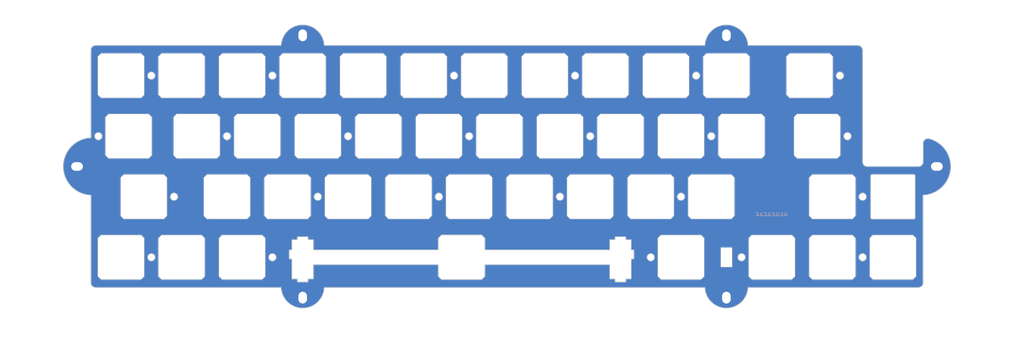
<source format=kicad_pcb>
(kicad_pcb (version 20221018) (generator pcbnew)
  (layers (0 "F.Cu" signal) (31 "B.Cu" signal) (34 "B.Paste" user) (35 "F.Paste" user) (36 "B.SilkS" user "B.Silkscreen") (37 "F.SilkS" user "F.Silkscreen") (38 "B.Mask" user) (39 "F.Mask" user) (44 "Edge.Cuts" user))
  (net 0 "")
  (net 1 "GND")
  (footprint "cipulot_parts:ecs_plate_cut_1U" (layer "F.Cu") (at 243.68125 51.59375)
    (fp_text reference "REF**")
    (fp_text value "Value " hide)
    (fp_line (start -7.3 -6) (end -7.3 6) (stroke (width 0.12)) (layer "Edge.Cuts"))
    (fp_line (start -7.3 6) (end -6.3 7) (stroke (width 0.12)) (layer "Edge.Cuts"))
    (fp_line (start -6.3 -7) (end -7.3 -6) (stroke (width 0.12)) (layer "Edge.Cuts"))
    (fp_line (start -6.3 7) (end 6.3 7) (stroke (width 0.12)) (layer "Edge.Cuts"))
    (fp_line (start 6.3 -7) (end -6.3 -7) (stroke (width 0.12)) (layer "Edge.Cuts"))
    (fp_line (start 6.3 -7) (end 7.3 -6) (stroke (width 0.12)) (layer "Edge.Cuts"))
    (fp_line (start 6.3 7) (end 7.3 6) (stroke (width 0.12)) (layer "Edge.Cuts"))
    (fp_line (start 7.3 6) (end 7.3 -6) (stroke (width 0.12)) (layer "Edge.Cuts"))
  )
  (footprint "" (layer "F.Cu") (at 217.4875 121.44375)
    (fp_text reference "" (at 0 0) (layer "F.SilkS") (effects (font (size 1.27 1.27))))
    (fp_text value "" (at 0 0) (layer "F.SilkS") (effects (font (size 1.27 1.27))))
    (pad "1" thru_hole circle (at 0 0) (size 5.4 5.4) (drill oval 2.7 3.7) (layers "*.Cu" "*.Mask"))
  )
  (footprint "cipulot_parts:ecs_plate_cut_1U" (layer "F.Cu") (at 88.9 70.64375)
    (fp_text reference "REF**")
    (fp_text value "Value " hide)
    (fp_line (start -7.3 -6) (end -7.3 6) (stroke (width 0.12)) (layer "Edge.Cuts"))
    (fp_line (start -7.3 6) (end -6.3 7) (stroke (width 0.12)) (layer "Edge.Cuts"))
    (fp_line (start -6.3 -7) (end -7.3 -6) (stroke (width 0.12)) (layer "Edge.Cuts"))
    (fp_line (start -6.3 7) (end 6.3 7) (stroke (width 0.12)) (layer "Edge.Cuts"))
    (fp_line (start 6.3 -7) (end -6.3 -7) (stroke (width 0.12)) (layer "Edge.Cuts"))
    (fp_line (start 6.3 -7) (end 7.3 -6) (stroke (width 0.12)) (layer "Edge.Cuts"))
    (fp_line (start 6.3 7) (end 7.3 6) (stroke (width 0.12)) (layer "Edge.Cuts"))
    (fp_line (start 7.3 6) (end 7.3 -6) (stroke (width 0.12)) (layer "Edge.Cuts"))
  )
  (footprint "cipulot_parts:ecs_plate_cut_1U" (layer "F.Cu") (at 165.1 70.64375)
    (fp_text reference "REF**")
    (fp_text value "Value " hide)
    (fp_line (start -7.3 -6) (end -7.3 6) (stroke (width 0.12)) (layer "Edge.Cuts"))
    (fp_line (start -7.3 6) (end -6.3 7) (stroke (width 0.12)) (layer "Edge.Cuts"))
    (fp_line (start -6.3 -7) (end -7.3 -6) (stroke (width 0.12)) (layer "Edge.Cuts"))
    (fp_line (start -6.3 7) (end 6.3 7) (stroke (width 0.12)) (layer "Edge.Cuts"))
    (fp_line (start 6.3 -7) (end -6.3 -7) (stroke (width 0.12)) (layer "Edge.Cuts"))
    (fp_line (start 6.3 -7) (end 7.3 -6) (stroke (width 0.12)) (layer "Edge.Cuts"))
    (fp_line (start 6.3 7) (end 7.3 6) (stroke (width 0.12)) (layer "Edge.Cuts"))
    (fp_line (start 7.3 6) (end 7.3 -6) (stroke (width 0.12)) (layer "Edge.Cuts"))
  )
  (footprint "cipulot_parts:ecs_plate_cut_1U" (layer "F.Cu") (at 29.36875 70.64375)
    (fp_text reference "REF**")
    (fp_text value "Value " hide)
    (fp_line (start -7.3 -6) (end -7.3 6) (stroke (width 0.12)) (layer "Edge.Cuts"))
    (fp_line (start -7.3 6) (end -6.3 7) (stroke (width 0.12)) (layer "Edge.Cuts"))
    (fp_line (start -6.3 -7) (end -7.3 -6) (stroke (width 0.12)) (layer "Edge.Cuts"))
    (fp_line (start -6.3 7) (end 6.3 7) (stroke (width 0.12)) (layer "Edge.Cuts"))
    (fp_line (start 6.3 -7) (end -6.3 -7) (stroke (width 0.12)) (layer "Edge.Cuts"))
    (fp_line (start 6.3 -7) (end 7.3 -6) (stroke (width 0.12)) (layer "Edge.Cuts"))
    (fp_line (start 6.3 7) (end 7.3 6) (stroke (width 0.12)) (layer "Edge.Cuts"))
    (fp_line (start 7.3 6) (end 7.3 -6) (stroke (width 0.12)) (layer "Edge.Cuts"))
  )
  (footprint "cipulot_parts:ecs_plate_cut_1U" (layer "F.Cu") (at 46.0375 51.59375)
    (fp_text reference "REF**")
    (fp_text value "Value " hide)
    (fp_line (start -7.3 -6) (end -7.3 6) (stroke (width 0.12)) (layer "Edge.Cuts"))
    (fp_line (start -7.3 6) (end -6.3 7) (stroke (width 0.12)) (layer "Edge.Cuts"))
    (fp_line (start -6.3 -7) (end -7.3 -6) (stroke (width 0.12)) (layer "Edge.Cuts"))
    (fp_line (start -6.3 7) (end 6.3 7) (stroke (width 0.12)) (layer "Edge.Cuts"))
    (fp_line (start 6.3 -7) (end -6.3 -7) (stroke (width 0.12)) (layer "Edge.Cuts"))
    (fp_line (start 6.3 -7) (end 7.3 -6) (stroke (width 0.12)) (layer "Edge.Cuts"))
    (fp_line (start 6.3 7) (end 7.3 6) (stroke (width 0.12)) (layer "Edge.Cuts"))
    (fp_line (start 7.3 6) (end 7.3 -6) (stroke (width 0.12)) (layer "Edge.Cuts"))
  )
  (footprint "" (layer "F.Cu") (at 283.731249 80.168749)
    (fp_text reference "" (at 0 0) (layer "F.SilkS") (effects (font (size 1.27 1.27))))
    (fp_text value "" (at 0 0) (layer "F.SilkS") (effects (font (size 1.27 1.27))))
    (pad "1" thru_hole circle (at 0 0 90) (size 5.4 5.4) (drill oval 2.7 3.7) (layers "*.Cu" "*.Mask"))
  )
  (footprint "cipulot_parts:ecs_plate_cut_1U" (layer "F.Cu") (at 212.725 89.69375)
    (fp_text reference "REF**")
    (fp_text value "Value " hide)
    (fp_line (start -7.3 -6) (end -7.3 6) (stroke (width 0.12)) (layer "Edge.Cuts"))
    (fp_line (start -7.3 6) (end -6.3 7) (stroke (width 0.12)) (layer "Edge.Cuts"))
    (fp_line (start -6.3 -7) (end -7.3 -6) (stroke (width 0.12)) (layer "Edge.Cuts"))
    (fp_line (start -6.3 7) (end 6.3 7) (stroke (width 0.12)) (layer "Edge.Cuts"))
    (fp_line (start 6.3 -7) (end -6.3 -7) (stroke (width 0.12)) (layer "Edge.Cuts"))
    (fp_line (start 6.3 -7) (end 7.3 -6) (stroke (width 0.12)) (layer "Edge.Cuts"))
    (fp_line (start 6.3 7) (end 7.3 6) (stroke (width 0.12)) (layer "Edge.Cuts"))
    (fp_line (start 7.3 6) (end 7.3 -6) (stroke (width 0.12)) (layer "Edge.Cuts"))
  )
  (footprint "cipulot_parts:ecs_plate_cut_1U" (layer "F.Cu") (at 146.05 70.64375)
    (fp_text reference "REF**")
    (fp_text value "Value " hide)
    (fp_line (start -7.3 -6) (end -7.3 6) (stroke (width 0.12)) (layer "Edge.Cuts"))
    (fp_line (start -7.3 6) (end -6.3 7) (stroke (width 0.12)) (layer "Edge.Cuts"))
    (fp_line (start -6.3 -7) (end -7.3 -6) (stroke (width 0.12)) (layer "Edge.Cuts"))
    (fp_line (start -6.3 7) (end 6.3 7) (stroke (width 0.12)) (layer "Edge.Cuts"))
    (fp_line (start 6.3 -7) (end -6.3 -7) (stroke (width 0.12)) (layer "Edge.Cuts"))
    (fp_line (start 6.3 -7) (end 7.3 -6) (stroke (width 0.12)) (layer "Edge.Cuts"))
    (fp_line (start 6.3 7) (end 7.3 6) (stroke (width 0.12)) (layer "Edge.Cuts"))
    (fp_line (start 7.3 6) (end 7.3 -6) (stroke (width 0.12)) (layer "Edge.Cuts"))
  )
  (footprint "cipulot_parts:ecs_plate_cut_1U" (layer "F.Cu") (at 217.4875 51.59375)
    (fp_text reference "REF**")
    (fp_text value "Value " hide)
    (fp_line (start -7.3 -6) (end -7.3 6) (stroke (width 0.12)) (layer "Edge.Cuts"))
    (fp_line (start -7.3 6) (end -6.3 7) (stroke (width 0.12)) (layer "Edge.Cuts"))
    (fp_line (start -6.3 -7) (end -7.3 -6) (stroke (width 0.12)) (layer "Edge.Cuts"))
    (fp_line (start -6.3 7) (end 6.3 7) (stroke (width 0.12)) (layer "Edge.Cuts"))
    (fp_line (start 6.3 -7) (end -6.3 -7) (stroke (width 0.12)) (layer "Edge.Cuts"))
    (fp_line (start 6.3 -7) (end 7.3 -6) (stroke (width 0.12)) (layer "Edge.Cuts"))
    (fp_line (start 6.3 7) (end 7.3 6) (stroke (width 0.12)) (layer "Edge.Cuts"))
    (fp_line (start 7.3 6) (end 7.3 -6) (stroke (width 0.12)) (layer "Edge.Cuts"))
  )
  (footprint "cipulot_parts:ecs_plate_cut_1U" (layer "F.Cu") (at 46.0375 108.74375)
    (fp_text reference "REF**")
    (fp_text value "Value " hide)
    (fp_line (start -7.3 -6) (end -7.3 6) (stroke (width 0.12)) (layer "Edge.Cuts"))
    (fp_line (start -7.3 6) (end -6.3 7) (stroke (width 0.12)) (layer "Edge.Cuts"))
    (fp_line (start -6.3 -7) (end -7.3 -6) (stroke (width 0.12)) (layer "Edge.Cuts"))
    (fp_line (start -6.3 7) (end 6.3 7) (stroke (width 0.12)) (layer "Edge.Cuts"))
    (fp_line (start 6.3 -7) (end -6.3 -7) (stroke (width 0.12)) (layer "Edge.Cuts"))
    (fp_line (start 6.3 -7) (end 7.3 -6) (stroke (width 0.12)) (layer "Edge.Cuts"))
    (fp_line (start 6.3 7) (end 7.3 6) (stroke (width 0.12)) (layer "Edge.Cuts"))
    (fp_line (start 7.3 6) (end 7.3 -6) (stroke (width 0.12)) (layer "Edge.Cuts"))
  )
  (footprint "cipulot_parts:ecs_plate_cut_1U" (layer "F.Cu") (at 127 70.64375)
    (fp_text reference "REF**")
    (fp_text value "Value " hide)
    (fp_line (start -7.3 -6) (end -7.3 6) (stroke (width 0.12)) (layer "Edge.Cuts"))
    (fp_line (start -7.3 6) (end -6.3 7) (stroke (width 0.12)) (layer "Edge.Cuts"))
    (fp_line (start -6.3 -7) (end -7.3 -6) (stroke (width 0.12)) (layer "Edge.Cuts"))
    (fp_line (start -6.3 7) (end 6.3 7) (stroke (width 0.12)) (layer "Edge.Cuts"))
    (fp_line (start 6.3 -7) (end -6.3 -7) (stroke (width 0.12)) (layer "Edge.Cuts"))
    (fp_line (start 6.3 -7) (end 7.3 -6) (stroke (width 0.12)) (layer "Edge.Cuts"))
    (fp_line (start 6.3 7) (end 7.3 6) (stroke (width 0.12)) (layer "Edge.Cuts"))
    (fp_line (start 7.3 6) (end 7.3 -6) (stroke (width 0.12)) (layer "Edge.Cuts"))
  )
  (footprint "cipulot_parts:ecs_plate_cut_1U" (layer "F.Cu") (at 174.625 89.69375)
    (fp_text reference "REF**")
    (fp_text value "Value " hide)
    (fp_line (start -7.3 -6) (end -7.3 6) (stroke (width 0.12)) (layer "Edge.Cuts"))
    (fp_line (start -7.3 6) (end -6.3 7) (stroke (width 0.12)) (layer "Edge.Cuts"))
    (fp_line (start -6.3 -7) (end -7.3 -6) (stroke (width 0.12)) (layer "Edge.Cuts"))
    (fp_line (start -6.3 7) (end 6.3 7) (stroke (width 0.12)) (layer "Edge.Cuts"))
    (fp_line (start 6.3 -7) (end -6.3 -7) (stroke (width 0.12)) (layer "Edge.Cuts"))
    (fp_line (start 6.3 -7) (end 7.3 -6) (stroke (width 0.12)) (layer "Edge.Cuts"))
    (fp_line (start 6.3 7) (end 7.3 6) (stroke (width 0.12)) (layer "Edge.Cuts"))
    (fp_line (start 7.3 6) (end 7.3 -6) (stroke (width 0.12)) (layer "Edge.Cuts"))
  )
  (footprint "cipulot_parts:ecs_plate_cut_1U" (layer "F.Cu") (at 203.2 108.74375)
    (fp_text reference "REF**")
    (fp_text value "Value " hide)
    (fp_line (start -7.3 -6) (end -7.3 6) (stroke (width 0.12)) (layer "Edge.Cuts"))
    (fp_line (start -7.3 6) (end -6.3 7) (stroke (width 0.12)) (layer "Edge.Cuts"))
    (fp_line (start -6.3 -7) (end -7.3 -6) (stroke (width 0.12)) (layer "Edge.Cuts"))
    (fp_line (start -6.3 7) (end 6.3 7) (stroke (width 0.12)) (layer "Edge.Cuts"))
    (fp_line (start 6.3 -7) (end -6.3 -7) (stroke (width 0.12)) (layer "Edge.Cuts"))
    (fp_line (start 6.3 -7) (end 7.3 -6) (stroke (width 0.12)) (layer "Edge.Cuts"))
    (fp_line (start 6.3 7) (end 7.3 6) (stroke (width 0.12)) (layer "Edge.Cuts"))
    (fp_line (start 7.3 6) (end 7.3 -6) (stroke (width 0.12)) (layer "Edge.Cuts"))
  )
  (footprint "cipulot_parts:ecs_plate_cut_1U" (layer "F.Cu") (at 26.9875 108.74375)
    (fp_text reference "REF**")
    (fp_text value "Value " hide)
    (fp_line (start -7.3 -6) (end -7.3 6) (stroke (width 0.12)) (layer "Edge.Cuts"))
    (fp_line (start -7.3 6) (end -6.3 7) (stroke (width 0.12)) (layer "Edge.Cuts"))
    (fp_line (start -6.3 -7) (end -7.3 -6) (stroke (width 0.12)) (layer "Edge.Cuts"))
    (fp_line (start -6.3 7) (end 6.3 7) (stroke (width 0.12)) (layer "Edge.Cuts"))
    (fp_line (start 6.3 -7) (end -6.3 -7) (stroke (width 0.12)) (layer "Edge.Cuts"))
    (fp_line (start 6.3 -7) (end 7.3 -6) (stroke (width 0.12)) (layer "Edge.Cuts"))
    (fp_line (start 6.3 7) (end 7.3 6) (stroke (width 0.12)) (layer "Edge.Cuts"))
    (fp_line (start 7.3 6) (end 7.3 -6) (stroke (width 0.12)) (layer "Edge.Cuts"))
  )
  (footprint "" (layer "F.Cu") (at 13.13125 80.16875)
    (fp_text reference "" (at 0 0) (layer "F.SilkS") (effects (font (size 1.27 1.27))))
    (fp_text value "" (at 0 0) (layer "F.SilkS") (effects (font (size 1.27 1.27))))
    (pad "1" thru_hole circle (at 0 0 90) (size 5.4 5.4) (drill oval 2.7 3.7) (layers "*.Cu" "*.Mask"))
  )
  (footprint "cipulot_parts:ecs_plate_cut_1U" (layer "F.Cu") (at 250.825 108.74375)
    (fp_text reference "REF**")
    (fp_text value "Value " hide)
    (fp_line (start -7.3 -6) (end -7.3 6) (stroke (width 0.12)) (layer "Edge.Cuts"))
    (fp_line (start -7.3 6) (end -6.3 7) (stroke (width 0.12)) (layer "Edge.Cuts"))
    (fp_line (start -6.3 -7) (end -7.3 -6) (stroke (width 0.12)) (layer "Edge.Cuts"))
    (fp_line (start -6.3 7) (end 6.3 7) (stroke (width 0.12)) (layer "Edge.Cuts"))
    (fp_line (start 6.3 -7) (end -6.3 -7) (stroke (width 0.12)) (layer "Edge.Cuts"))
    (fp_line (start 6.3 -7) (end 7.3 -6) (stroke (width 0.12)) (layer "Edge.Cuts"))
    (fp_line (start 6.3 7) (end 7.3 6) (stroke (width 0.12)) (layer "Edge.Cuts"))
    (fp_line (start 7.3 6) (end 7.3 -6) (stroke (width 0.12)) (layer "Edge.Cuts"))
  )
  (footprint "cipulot_parts:ecs_plate_cut_1U" (layer "F.Cu") (at 193.675 89.69375)
    (fp_text reference "REF**")
    (fp_text value "Value " hide)
    (fp_line (start -7.3 -6) (end -7.3 6) (stroke (width 0.12)) (layer "Edge.Cuts"))
    (fp_line (start -7.3 6) (end -6.3 7) (stroke (width 0.12)) (layer "Edge.Cuts"))
    (fp_line (start -6.3 -7) (end -7.3 -6) (stroke (width 0.12)) (layer "Edge.Cuts"))
    (fp_line (start -6.3 7) (end 6.3 7) (stroke (width 0.12)) (layer "Edge.Cuts"))
    (fp_line (start 6.3 -7) (end -6.3 -7) (stroke (width 0.12)) (layer "Edge.Cuts"))
    (fp_line (start 6.3 -7) (end 7.3 -6) (stroke (width 0.12)) (layer "Edge.Cuts"))
    (fp_line (start 6.3 7) (end 7.3 6) (stroke (width 0.12)) (layer "Edge.Cuts"))
    (fp_line (start 7.3 6) (end 7.3 -6) (stroke (width 0.12)) (layer "Edge.Cuts"))
  )
  (footprint "cipulot_parts:ecs_plate_cut_1U" (layer "F.Cu") (at 65.0875 51.59375)
    (fp_text reference "REF**")
    (fp_text value "Value " hide)
    (fp_line (start -7.3 -6) (end -7.3 6) (stroke (width 0.12)) (layer "Edge.Cuts"))
    (fp_line (start -7.3 6) (end -6.3 7) (stroke (width 0.12)) (layer "Edge.Cuts"))
    (fp_line (start -6.3 -7) (end -7.3 -6) (stroke (width 0.12)) (layer "Edge.Cuts"))
    (fp_line (start -6.3 7) (end 6.3 7) (stroke (width 0.12)) (layer "Edge.Cuts"))
    (fp_line (start 6.3 -7) (end -6.3 -7) (stroke (width 0.12)) (layer "Edge.Cuts"))
    (fp_line (start 6.3 -7) (end 7.3 -6) (stroke (width 0.12)) (layer "Edge.Cuts"))
    (fp_line (start 6.3 7) (end 7.3 6) (stroke (width 0.12)) (layer "Edge.Cuts"))
    (fp_line (start 7.3 6) (end 7.3 -6) (stroke (width 0.12)) (layer "Edge.Cuts"))
  )
  (footprint "cipulot_parts:ecs_plate_cut_1U" (layer "F.Cu") (at 179.3875 51.59375)
    (fp_text reference "REF**")
    (fp_text value "Value " hide)
    (fp_line (start -7.3 -6) (end -7.3 6) (stroke (width 0.12)) (layer "Edge.Cuts"))
    (fp_line (start -7.3 6) (end -6.3 7) (stroke (width 0.12)) (layer "Edge.Cuts"))
    (fp_line (start -6.3 -7) (end -7.3 -6) (stroke (width 0.12)) (layer "Edge.Cuts"))
    (fp_line (start -6.3 7) (end 6.3 7) (stroke (width 0.12)) (layer "Edge.Cuts"))
    (fp_line (start 6.3 -7) (end -6.3 -7) (stroke (width 0.12)) (layer "Edge.Cuts"))
    (fp_line (start 6.3 -7) (end 7.3 -6) (stroke (width 0.12)) (layer "Edge.Cuts"))
    (fp_line (start 6.3 7) (end 7.3 6) (stroke (width 0.12)) (layer "Edge.Cuts"))
    (fp_line (start 7.3 6) (end 7.3 -6) (stroke (width 0.12)) (layer "Edge.Cuts"))
  )
  (footprint "cipulot_parts:ecs_plate_cut_1U" (layer "F.Cu") (at 222.25 70.64375)
    (fp_text reference "REF**")
    (fp_text value "Value " hide)
    (fp_line (start -7.3 -6) (end -7.3 6) (stroke (width 0.12)) (layer "Edge.Cuts"))
    (fp_line (start -7.3 6) (end -6.3 7) (stroke (width 0.12)) (layer "Edge.Cuts"))
    (fp_line (start -6.3 -7) (end -7.3 -6) (stroke (width 0.12)) (layer "Edge.Cuts"))
    (fp_line (start -6.3 7) (end 6.3 7) (stroke (width 0.12)) (layer "Edge.Cuts"))
    (fp_line (start 6.3 -7) (end -6.3 -7) (stroke (width 0.12)) (layer "Edge.Cuts"))
    (fp_line (start 6.3 -7) (end 7.3 -6) (stroke (width 0.12)) (layer "Edge.Cuts"))
    (fp_line (start 6.3 7) (end 7.3 6) (stroke (width 0.12)) (layer "Edge.Cuts"))
    (fp_line (start 7.3 6) (end 7.3 -6) (stroke (width 0.12)) (layer "Edge.Cuts"))
  )
  (footprint "cipulot_parts:ecs_plate_cut_1U" (layer "F.Cu") (at 34.13125 89.69375)
    (fp_text reference "REF**")
    (fp_text value "Value " hide)
    (fp_line (start -7.3 -6) (end -7.3 6) (stroke (width 0.12)) (layer "Edge.Cuts"))
    (fp_line (start -7.3 6) (end -6.3 7) (stroke (width 0.12)) (layer "Edge.Cuts"))
    (fp_line (start -6.3 -7) (end -7.3 -6) (stroke (width 0.12)) (layer "Edge.Cuts"))
    (fp_line (start -6.3 7) (end 6.3 7) (stroke (width 0.12)) (layer "Edge.Cuts"))
    (fp_line (start 6.3 -7) (end -6.3 -7) (stroke (width 0.12)) (layer "Edge.Cuts"))
    (fp_line (start 6.3 -7) (end 7.3 -6) (stroke (width 0.12)) (layer "Edge.Cuts"))
    (fp_line (start 6.3 7) (end 7.3 6) (stroke (width 0.12)) (layer "Edge.Cuts"))
    (fp_line (start 7.3 6) (end 7.3 -6) (stroke (width 0.12)) (layer "Edge.Cuts"))
  )
  (footprint "cipulot_parts:ecs_plate_cut_1U" (layer "F.Cu") (at 198.4375 51.59375)
    (fp_text reference "REF**")
    (fp_text value "Value " hide)
    (fp_line (start -7.3 -6) (end -7.3 6) (stroke (width 0.12)) (layer "Edge.Cuts"))
    (fp_line (start -7.3 6) (end -6.3 7) (stroke (width 0.12)) (layer "Edge.Cuts"))
    (fp_line (start -6.3 -7) (end -7.3 -6) (stroke (width 0.12)) (layer "Edge.Cuts"))
    (fp_line (start -6.3 7) (end 6.3 7) (stroke (width 0.12)) (layer "Edge.Cuts"))
    (fp_line (start 6.3 -7) (end -6.3 -7) (stroke (width 0.12)) (layer "Edge.Cuts"))
    (fp_line (start 6.3 -7) (end 7.3 -6) (stroke (width 0.12)) (layer "Edge.Cuts"))
    (fp_line (start 6.3 7) (end 7.3 6) (stroke (width 0.12)) (layer "Edge.Cuts"))
    (fp_line (start 7.3 6) (end 7.3 -6) (stroke (width 0.12)) (layer "Edge.Cuts"))
  )
  (footprint "" (layer "F.Cu") (at 84.137499 121.44375)
    (fp_text reference "" (at 0 0) (layer "F.SilkS") (effects (font (size 1.27 1.27))))
    (fp_text value "" (at 0 0) (layer "F.SilkS") (effects (font (size 1.27 1.27))))
    (pad "1" thru_hole circle (at 0 0) (size 5.4 5.4) (drill oval 2.7 3.7) (layers "*.Cu" "*.Mask"))
  )
  (footprint "cipulot_parts:ecs_plate_cut_1U" (layer "F.Cu") (at 26.9875 51.59375)
    (fp_text reference "REF**")
    (fp_text value "Value " hide)
    (fp_line (start -7.3 -6) (end -7.3 6) (stroke (width 0.12)) (layer "Edge.Cuts"))
    (fp_line (start -7.3 6) (end -6.3 7) (stroke (width 0.12)) (layer "Edge.Cuts"))
    (fp_line (start -6.3 -7) (end -7.3 -6) (stroke (width 0.12)) (layer "Edge.Cuts"))
    (fp_line (start -6.3 7) (end 6.3 7) (stroke (width 0.12)) (layer "Edge.Cuts"))
    (fp_line (start 6.3 -7) (end -6.3 -7) (stroke (width 0.12)) (layer "Edge.Cuts"))
    (fp_line (start 6.3 -7) (end 7.3 -6) (stroke (width 0.12)) (layer "Edge.Cuts"))
    (fp_line (start 6.3 7) (end 7.3 6) (stroke (width 0.12)) (layer "Edge.Cuts"))
    (fp_line (start 7.3 6) (end 7.3 -6) (stroke (width 0.12)) (layer "Edge.Cuts"))
  )
  (footprint "cipulot_parts:ecs_plate_cut_1U" (layer "F.Cu") (at 50.8 70.64375)
    (fp_text reference "REF**")
    (fp_text value "Value " hide)
    (fp_line (start -7.3 -6) (end -7.3 6) (stroke (width 0.12)) (layer "Edge.Cuts"))
    (fp_line (start -7.3 6) (end -6.3 7) (stroke (width 0.12)) (layer "Edge.Cuts"))
    (fp_line (start -6.3 -7) (end -7.3 -6) (stroke (width 0.12)) (layer "Edge.Cuts"))
    (fp_line (start -6.3 7) (end 6.3 7) (stroke (width 0.12)) (layer "Edge.Cuts"))
    (fp_line (start 6.3 -7) (end -6.3 -7) (stroke (width 0.12)) (layer "Edge.Cuts"))
    (fp_line (start 6.3 -7) (end 7.3 -6) (stroke (width 0.12)) (layer "Edge.Cuts"))
    (fp_line (start 6.3 7) (end 7.3 6) (stroke (width 0.12)) (layer "Edge.Cuts"))
    (fp_line (start 7.3 6) (end 7.3 -6) (stroke (width 0.12)) (layer "Edge.Cuts"))
  )
  (footprint "cipulot_parts:ecs_plate_cut_1U" (layer "F.Cu") (at 269.875 108.74375)
    (fp_text reference "REF**")
    (fp_text value "Value " hide)
    (fp_line (start -7.3 -6) (end -7.3 6) (stroke (width 0.12)) (layer "Edge.Cuts"))
    (fp_line (start -7.3 6) (end -6.3 7) (stroke (width 0.12)) (layer "Edge.Cuts"))
    (fp_line (start -6.3 -7) (end -7.3 -6) (stroke (width 0.12)) (layer "Edge.Cuts"))
    (fp_line (start -6.3 7) (end 6.3 7) (stroke (width 0.12)) (layer "Edge.Cuts"))
    (fp_line (start 6.3 -7) (end -6.3 -7) (stroke (width 0.12)) (layer "Edge.Cuts"))
    (fp_line (start 6.3 -7) (end 7.3 -6) (stroke (width 0.12)) (layer "Edge.Cuts"))
    (fp_line (start 6.3 7) (end 7.3 6) (stroke (width 0.12)) (layer "Edge.Cuts"))
    (fp_line (start 7.3 6) (end 7.3 -6) (stroke (width 0.12)) (layer "Edge.Cuts"))
  )
  (footprint "" (layer "F.Cu") (at 217.4875 38.893751)
    (fp_text reference "" (at 0 0) (layer "F.SilkS") (effects (font (size 1.27 1.27))))
    (fp_text value "" (at 0 0) (layer "F.SilkS") (effects (font (size 1.27 1.27))))
    (pad "1" thru_hole circle (at 0 0) (size 5.4 5.4) (drill oval 2.7 3.7) (layers "*.Cu" "*.Mask"))
  )
  (footprint "cipulot_parts:ecs_plate_cut_1U" (layer "F.Cu") (at 250.825 89.69375)
    (fp_text reference "REF**")
    (fp_text value "Value " hide)
    (fp_line (start -7.3 -6) (end -7.3 6) (stroke (width 0.12)) (layer "Edge.Cuts"))
    (fp_line (start -7.3 6) (end -6.3 7) (stroke (width 0.12)) (layer "Edge.Cuts"))
    (fp_line (start -6.3 -7) (end -7.3 -6) (stroke (width 0.12)) (layer "Edge.Cuts"))
    (fp_line (start -6.3 7) (end 6.3 7) (stroke (width 0.12)) (layer "Edge.Cuts"))
    (fp_line (start 6.3 -7) (end -6.3 -7) (stroke (width 0.12)) (layer "Edge.Cuts"))
    (fp_line (start 6.3 -7) (end 7.3 -6) (stroke (width 0.12)) (layer "Edge.Cuts"))
    (fp_line (start 6.3 7) (end 7.3 6) (stroke (width 0.12)) (layer "Edge.Cuts"))
    (fp_line (start 7.3 6) (end 7.3 -6) (stroke (width 0.12)) (layer "Edge.Cuts"))
  )
  (footprint "cipulot_parts:ecs_plate_cut_1U" (layer "F.Cu") (at 65.0875 108.74375)
    (fp_text reference "REF**")
    (fp_text value "Value " hide)
    (fp_line (start -7.3 -6) (end -7.3 6) (stroke (width 0.12)) (layer "Edge.Cuts"))
    (fp_line (start -7.3 6) (end -6.3 7) (stroke (width 0.12)) (layer "Edge.Cuts"))
    (fp_line (start -6.3 -7) (end -7.3 -6) (stroke (width 0.12)) (layer "Edge.Cuts"))
    (fp_line (start -6.3 7) (end 6.3 7) (stroke (width 0.12)) (layer "Edge.Cuts"))
    (fp_line (start 6.3 -7) (end -6.3 -7) (stroke (width 0.12)) (layer "Edge.Cuts"))
    (fp_line (start 6.3 -7) (end 7.3 -6) (stroke (width 0.12)) (layer "Edge.Cuts"))
    (fp_line (start 6.3 7) (end 7.3 6) (stroke (width 0.12)) (layer "Edge.Cuts"))
    (fp_line (start 7.3 6) (end 7.3 -6) (stroke (width 0.12)) (layer "Edge.Cuts"))
  )
  (footprint "cipulot_parts:ecs_plate_cut_1U" (layer "F.Cu") (at 69.85 70.64375)
    (fp_text reference "REF**")
    (fp_text value "Value " hide)
    (fp_line (start -7.3 -6) (end -7.3 6) (stroke (width 0.12)) (layer "Edge.Cuts"))
    (fp_line (start -7.3 6) (end -6.3 7) (stroke (width 0.12)) (layer "Edge.Cuts"))
    (fp_line (start -6.3 -7) (end -7.3 -6) (stroke (width 0.12)) (layer "Edge.Cuts"))
    (fp_line (start -6.3 7) (end 6.3 7) (stroke (width 0.12)) (layer "Edge.Cuts"))
    (fp_line (start 6.3 -7) (end -6.3 -7) (stroke (width 0.12)) (layer "Edge.Cuts"))
    (fp_line (start 6.3 -7) (end 7.3 -6) (stroke (width 0.12)) (layer "Edge.Cuts"))
    (fp_line (start 6.3 7) (end 7.3 6) (stroke (width 0.12)) (layer "Edge.Cuts"))
    (fp_line (start 7.3 6) (end 7.3 -6) (stroke (width 0.12)) (layer "Edge.Cuts"))
  )
  (footprint "cipulot_parts:ecs_plate_cut_1U" (layer "F.Cu") (at 160.3375 51.59375)
    (fp_text reference "REF**")
    (fp_text value "Value " hide)
    (fp_line (start -7.3 -6) (end -7.3 6) (stroke (width 0.12)) (layer "Edge.Cuts"))
    (fp_line (start -7.3 6) (end -6.3 7) (stroke (width 0.12)) (layer "Edge.Cuts"))
    (fp_line (start -6.3 -7) (end -7.3 -6) (stroke (width 0.12)) (layer "Edge.Cuts"))
    (fp_line (start -6.3 7) (end 6.3 7) (stroke (width 0.12)) (layer "Edge.Cuts"))
    (fp_line (start 6.3 -7) (end -6.3 -7) (stroke (width 0.12)) (layer "Edge.Cuts"))
    (fp_line (start 6.3 -7) (end 7.3 -6) (stroke (width 0.12)) (layer "Edge.Cuts"))
    (fp_line (start 6.3 7) (end 7.3 6) (stroke (width 0.12)) (layer "Edge.Cuts"))
    (fp_line (start 7.3 6) (end 7.3 -6) (stroke (width 0.12)) (layer "Edge.Cuts"))
  )
  (footprint "" (layer "F.Cu") (at 84.137499 38.89375)
    (fp_text reference "" (at 0 0) (layer "F.SilkS") (effects (font (size 1.27 1.27))))
    (fp_text value "" (at 0 0) (layer "F.SilkS") (effects (font (size 1.27 1.27))))
    (pad "1" thru_hole circle (at 0 0) (size 5.4 5.4) (drill oval 2.7 3.7) (layers "*.Cu" "*.Mask"))
  )
  (footprint "cipulot_parts:ecs_plate_cut_1U" (layer "F.Cu") (at 155.575 89.69375)
    (fp_text reference "REF**")
    (fp_text value "Value " hide)
    (fp_line (start -7.3 -6) (end -7.3 6) (stroke (width 0.12)) (layer "Edge.Cuts"))
    (fp_line (start -7.3 6) (end -6.3 7) (stroke (width 0.12)) (layer "Edge.Cuts"))
    (fp_line (start -6.3 -7) (end -7.3 -6) (stroke (width 0.12)) (layer "Edge.Cuts"))
    (fp_line (start -6.3 7) (end 6.3 7) (stroke (width 0.12)) (layer "Edge.Cuts"))
    (fp_line (start 6.3 -7) (end -6.3 -7) (stroke (width 0.12)) (layer "Edge.Cuts"))
    (fp_line (start 6.3 -7) (end 7.3 -6) (stroke (width 0.12)) (layer "Edge.Cuts"))
    (fp_line (start 6.3 7) (end 7.3 6) (stroke (width 0.12)) (layer "Edge.Cuts"))
    (fp_line (start 7.3 6) (end 7.3 -6) (stroke (width 0.12)) (layer "Edge.Cuts"))
  )
  (footprint "cipulot_parts:ecs_plate_cut_1U" (layer "F.Cu") (at 141.2875 51.59375)
    (fp_text reference "REF**")
    (fp_text value "Value " hide)
    (fp_line (start -7.3 -6) (end -7.3 6) (stroke (width 0.12)) (layer "Edge.Cuts"))
    (fp_line (start -7.3 6) (end -6.3 7) (stroke (width 0.12)) (layer "Edge.Cuts"))
    (fp_line (start -6.3 -7) (end -7.3 -6) (stroke (width 0.12)) (layer "Edge.Cuts"))
    (fp_line (start -6.3 7) (end 6.3 7) (stroke (width 0.12)) (layer "Edge.Cuts"))
    (fp_line (start 6.3 -7) (end -6.3 -7) (stroke (width 0.12)) (layer "Edge.Cuts"))
    (fp_line (start 6.3 -7) (end 7.3 -6) (stroke (width 0.12)) (layer "Edge.Cuts"))
    (fp_line (start 6.3 7) (end 7.3 6) (stroke (width 0.12)) (layer "Edge.Cuts"))
    (fp_line (start 7.3 6) (end 7.3 -6) (stroke (width 0.12)) (layer "Edge.Cuts"))
  )
  (footprint "cipulot_parts:ecs_plate_cut_1U" (layer "F.Cu") (at 246.0625 70.64375)
    (fp_text reference "REF**")
    (fp_text value "Value " hide)
    (fp_line (start -7.3 -6) (end -7.3 6) (stroke (width 0.12)) (layer "Edge.Cuts"))
    (fp_line (start -7.3 6) (end -6.3 7) (stroke (width 0.12)) (layer "Edge.Cuts"))
    (fp_line (start -6.3 -7) (end -7.3 -6) (stroke (width 0.12)) (layer "Edge.Cuts"))
    (fp_line (start -6.3 7) (end 6.3 7) (stroke (width 0.12)) (layer "Edge.Cuts"))
    (fp_line (start 6.3 -7) (end -6.3 -7) (stroke (width 0.12)) (layer "Edge.Cuts"))
    (fp_line (start 6.3 -7) (end 7.3 -6) (stroke (width 0.12)) (layer "Edge.Cuts"))
    (fp_line (start 6.3 7) (end 7.3 6) (stroke (width 0.12)) (layer "Edge.Cuts"))
    (fp_line (start 7.3 6) (end 7.3 -6) (stroke (width 0.12)) (layer "Edge.Cuts"))
  )
  (footprint "cipulot_parts:ecs_plate_cut_1U" (layer "F.Cu") (at 107.95 70.64375)
    (fp_text reference "REF**")
    (fp_text value "Value " hide)
    (fp_line (start -7.3 -6) (end -7.3 6) (stroke (width 0.12)) (layer "Edge.Cuts"))
    (fp_line (start -7.3 6) (end -6.3 7) (stroke (width 0.12)) (layer "Edge.Cuts"))
    (fp_line (start -6.3 -7) (end -7.3 -6) (stroke (width 0.12)) (layer "Edge.Cuts"))
    (fp_line (start -6.3 7) (end 6.3 7) (stroke (width 0.12)) (layer "Edge.Cuts"))
    (fp_line (start 6.3 -7) (end -6.3 -7) (stroke (width 0.12)) (layer "Edge.Cuts"))
    (fp_line (start 6.3 -7) (end 7.3 -6) (stroke (width 0.12)) (layer "Edge.Cuts"))
    (fp_line (start 6.3 7) (end 7.3 6) (stroke (width 0.12)) (layer "Edge.Cuts"))
    (fp_line (start 7.3 6) (end 7.3 -6) (stroke (width 0.12)) (layer "Edge.Cuts"))
  )
  (footprint "cipulot_parts:ecs_plate_cut_1U" (layer "F.Cu") (at 117.475 89.69375)
    (fp_text reference "REF**")
    (fp_text value "Value " hide)
    (fp_line (start -7.3 -6) (end -7.3 6) (stroke (width 0.12)) (layer "Edge.Cuts"))
    (fp_line (start -7.3 6) (end -6.3 7) (stroke (width 0.12)) (layer "Edge.Cuts"))
    (fp_line (start -6.3 -7) (end -7.3 -6) (stroke (width 0.12)) (layer "Edge.Cuts"))
    (fp_line (start -6.3 7) (end 6.3 7) (stroke (width 0.12)) (layer "Edge.Cuts"))
    (fp_line (start 6.3 -7) (end -6.3 -7) (stroke (width 0.12)) (layer "Edge.Cuts"))
    (fp_line (start 6.3 -7) (end 7.3 -6) (stroke (width 0.12)) (layer "Edge.Cuts"))
    (fp_line (start 6.3 7) (end 7.3 6) (stroke (width 0.12)) (layer "Edge.Cuts"))
    (fp_line (start 7.3 6) (end 7.3 -6) (stroke (width 0.12)) (layer "Edge.Cuts"))
  )
  (footprint "cipulot_parts:ecs_plate_cut_1U" (layer "F.Cu") (at 122.2375 51.59375)
    (fp_text reference "REF**")
    (fp_text value "Value " hide)
    (fp_line (start -7.3 -6) (end -7.3 6) (stroke (width 0.12)) (layer "Edge.Cuts"))
    (fp_line (start -7.3 6) (end -6.3 7) (stroke (width 0.12)) (layer "Edge.Cuts"))
    (fp_line (start -6.3 -7) (end -7.3 -6) (stroke (width 0.12)) (layer "Edge.Cuts"))
    (fp_line (start -6.3 7) (end 6.3 7) (stroke (width 0.12)) (layer "Edge.Cuts"))
    (fp_line (start 6.3 -7) (end -6.3 -7) (stroke (width 0.12)) (layer "Edge.Cuts"))
    (fp_line (start 6.3 -7) (end 7.3 -6) (stroke (width 0.12)) (layer "Edge.Cuts"))
    (fp_line (start 6.3 7) (end 7.3 6) (stroke (width 0.12)) (layer "Edge.Cuts"))
    (fp_line (start 7.3 6) (end 7.3 -6) (stroke (width 0.12)) (layer "Edge.Cuts"))
  )
  (footprint "cipulot_parts:ecs_plate_cut_1U" (layer "F.Cu") (at 98.425 89.69375)
    (fp_text reference "REF**")
    (fp_text value "Value " hide)
    (fp_line (start -7.3 -6) (end -7.3 6) (stroke (width 0.12)) (layer "Edge.Cuts"))
    (fp_line (start -7.3 6) (end -6.3 7) (stroke (width 0.12)) (layer "Edge.Cuts"))
    (fp_line (start -6.3 -7) (end -7.3 -6) (stroke (width 0.12)) (layer "Edge.Cuts"))
    (fp_line (start -6.3 7) (end 6.3 7) (stroke (width 0.12)) (layer "Edge.Cuts"))
    (fp_line (start 6.3 -7) (end -6.3 -7) (stroke (width 0.12)) (layer "Edge.Cuts"))
    (fp_line (start 6.3 -7) (end 7.3 -6) (stroke (width 0.12)) (layer "Edge.Cuts"))
    (fp_line (start 6.3 7) (end 7.3 6) (stroke (width 0.12)) (layer "Edge.Cuts"))
    (fp_line (start 7.3 6) (end 7.3 -6) (stroke (width 0.12)) (layer "Edge.Cuts"))
  )
  (footprint "cipulot_parts:ecs_plate_cut_1U" (layer "F.Cu") (at 79.375 89.69375)
    (fp_text reference "REF**")
    (fp_text value "Value " hide)
    (fp_line (start -7.3 -6) (end -7.3 6) (stroke (width 0.12)) (layer "Edge.Cuts"))
    (fp_line (start -7.3 6) (end -6.3 7) (stroke (width 0.12)) (layer "Edge.Cuts"))
    (fp_line (start -6.3 -7) (end -7.3 -6) (stroke (width 0.12)) (layer "Edge.Cuts"))
    (fp_line (start -6.3 7) (end 6.3 7) (stroke (width 0.12)) (layer "Edge.Cuts"))
    (fp_line (start 6.3 -7) (end -6.3 -7) (stroke (width 0.12)) (layer "Edge.Cuts"))
    (fp_line (start 6.3 -7) (end 7.3 -6) (stroke (width 0.12)) (layer "Edge.Cuts"))
    (fp_line (start 6.3 7) (end 7.3 6) (stroke (width 0.12)) (layer "Edge.Cuts"))
    (fp_line (start 7.3 6) (end 7.3 -6) (stroke (width 0.12)) (layer "Edge.Cuts"))
  )
  (footprint "cipulot_parts:ecs_plate_cut_1U" (layer "F.Cu") (at 60.325 89.69375)
    (fp_text reference "REF**")
    (fp_text value "Value " hide)
    (fp_line (start -7.3 -6) (end -7.3 6) (stroke (width 0.12)) (layer "Edge.Cuts"))
    (fp_line (start -7.3 6) (end -6.3 7) (stroke (width 0.12)) (layer "Edge.Cuts"))
    (fp_line (start -6.3 -7) (end -7.3 -6) (stroke (width 0.12)) (layer "Edge.Cuts"))
    (fp_line (start -6.3 7) (end 6.3 7) (stroke (width 0.12)) (layer "Edge.Cuts"))
    (fp_line (start 6.3 -7) (end -6.3 -7) (stroke (width 0.12)) (layer "Edge.Cuts"))
    (fp_line (start 6.3 -7) (end 7.3 -6) (stroke (width 0.12)) (layer "Edge.Cuts"))
    (fp_line (start 6.3 7) (end 7.3 6) (stroke (width 0.12)) (layer "Edge.Cuts"))
    (fp_line (start 7.3 6) (end 7.3 -6) (stroke (width 0.12)) (layer "Edge.Cuts"))
  )
  (footprint "cipulot_parts:ecs_plate_cut_1U" (layer "F.Cu") (at 84.1375 51.59375)
    (fp_text reference "REF**")
    (fp_text value "Value " hide)
    (fp_line (start -7.3 -6) (end -7.3 6) (stroke (width 0.12)) (layer "Edge.Cuts"))
    (fp_line (start -7.3 6) (end -6.3 7) (stroke (width 0.12)) (layer "Edge.Cuts"))
    (fp_line (start -6.3 -7) (end -7.3 -6) (stroke (width 0.12)) (layer "Edge.Cuts"))
    (fp_line (start -6.3 7) (end 6.3 7) (stroke (width 0.12)) (layer "Edge.Cuts"))
    (fp_line (start 6.3 -7) (end -6.3 -7) (stroke (width 0.12)) (layer "Edge.Cuts"))
    (fp_line (start 6.3 -7) (end 7.3 -6) (stroke (width 0.12)) (layer "Edge.Cuts"))
    (fp_line (start 6.3 7) (end 7.3 6) (stroke (width 0.12)) (layer "Edge.Cuts"))
    (fp_line (start 7.3 6) (end 7.3 -6) (stroke (width 0.12)) (layer "Edge.Cuts"))
  )
  (footprint "cipulot_parts:ecs_plate_cut_1U" (layer "F.Cu") (at 203.2 70.64375)
    (fp_text reference "REF**")
    (fp_text value "Value " hide)
    (fp_line (start -7.3 -6) (end -7.3 6) (stroke (width 0.12)) (layer "Edge.Cuts"))
    (fp_line (start -7.3 6) (end -6.3 7) (stroke (width 0.12)) (layer "Edge.Cuts"))
    (fp_line (start -6.3 -7) (end -7.3 -6) (stroke (width 0.12)) (layer "Edge.Cuts"))
    (fp_line (start -6.3 7) (end 6.3 7) (stroke (width 0.12)) (layer "Edge.Cuts"))
    (fp_line (start 6.3 -7) (end -6.3 -7) (stroke (width 0.12)) (layer "Edge.Cuts"))
    (fp_line (start 6.3 -7) (end 7.3 -6) (stroke (width 0.12)) (layer "Edge.Cuts"))
    (fp_line (start 6.3 7) (end 7.3 6) (stroke (width 0.12)) (layer "Edge.Cuts"))
    (fp_line (start 7.3 6) (end 7.3 -6) (stroke (width 0.12)) (layer "Edge.Cuts"))
  )
  (footprint "cipulot_parts:ecs_plate_cut_1U" (layer "F.Cu") (at 231.775 108.74375)
    (fp_text reference "REF**")
    (fp_text value "Value " hide)
    (fp_line (start -7.3 -6) (end -7.3 6) (stroke (width 0.12)) (layer "Edge.Cuts"))
    (fp_line (start -7.3 6) (end -6.3 7) (stroke (width 0.12)) (layer "Edge.Cuts"))
    (fp_line (start -6.3 -7) (end -7.3 -6) (stroke (width 0.12)) (layer "Edge.Cuts"))
    (fp_line (start -6.3 7) (end 6.3 7) (stroke (width 0.12)) (layer "Edge.Cuts"))
    (fp_line (start 6.3 -7) (end -6.3 -7) (stroke (width 0.12)) (layer "Edge.Cuts"))
    (fp_line (start 6.3 -7) (end 7.3 -6) (stroke (width 0.12)) (layer "Edge.Cuts"))
    (fp_line (start 6.3 7) (end 7.3 6) (stroke (width 0.12)) (layer "Edge.Cuts"))
    (fp_line (start 7.3 6) (end 7.3 -6) (stroke (width 0.12)) (layer "Edge.Cuts"))
  )
  (footprint "cipulot_parts:ecs_plate_cut_1U" (layer "F.Cu") (at 103.1875 51.59375)
    (fp_text reference "REF**")
    (fp_text value "Value " hide)
    (fp_line (start -7.3 -6) (end -7.3 6) (stroke (width 0.12)) (layer "Edge.Cuts"))
    (fp_line (start -7.3 6) (end -6.3 7) (stroke (width 0.12)) (layer "Edge.Cuts"))
    (fp_line (start -6.3 -7) (end -7.3 -6) (stroke (width 0.12)) (layer "Edge.Cuts"))
    (fp_line (start -6.3 7) (end 6.3 7) (stroke (width 0.12)) (layer "Edge.Cuts"))
    (fp_line (start 6.3 -7) (end -6.3 -7) (stroke (width 0.12)) (layer "Edge.Cuts"))
    (fp_line (start 6.3 -7) (end 7.3 -6) (stroke (width 0.12)) (layer "Edge.Cuts"))
    (fp_line (start 6.3 7) (end 7.3 6) (stroke (width 0.12)) (layer "Edge.Cuts"))
    (fp_line (start 7.3 6) (end 7.3 -6) (stroke (width 0.12)) (layer "Edge.Cuts"))
  )
  (footprint "cipulot_parts:ecs_plate_cut_1U" (layer "F.Cu") (at 184.15 70.64375)
    (fp_text reference "REF**")
    (fp_text value "Value " hide)
    (fp_line (start -7.3 -6) (end -7.3 6) (stroke (width 0.12)) (layer "Edge.Cuts"))
    (fp_line (start -7.3 6) (end -6.3 7) (stroke (width 0.12)) (layer "Edge.Cuts"))
    (fp_line (start -6.3 -7) (end -7.3 -6) (stroke (width 0.12)) (layer "Edge.Cuts"))
    (fp_line (start -6.3 7) (end 6.3 7) (stroke (width 0.12)) (layer "Edge.Cuts"))
    (fp_line (start 6.3 -7) (end -6.3 -7) (stroke (width 0.12)) (layer "Edge.Cuts"))
    (fp_line (start 6.3 -7) (end 7.3 -6) (stroke (width 0.12)) (layer "Edge.Cuts"))
    (fp_line (start 6.3 7) (end 7.3 6) (stroke (width 0.12)) (layer "Edge.Cuts"))
    (fp_line (start 7.3 6) (end 7.3 -6) (stroke (width 0.12)) (layer "Edge.Cuts"))
  )
  (footprint "cipulot_parts:ecs_plate_cut_1U" (layer "F.Cu") (at 136.525 89.69375)
    (fp_text reference "REF**")
    (fp_text value "Value " hide)
    (fp_line (start -7.3 -6) (end -7.3 6) (stroke (width 0.12)) (layer "Edge.Cuts"))
    (fp_line (start -7.3 6) (end -6.3 7) (stroke (width 0.12)) (layer "Edge.Cuts"))
    (fp_line (start -6.3 -7) (end -7.3 -6) (stroke (width 0.12)) (layer "Edge.Cuts"))
    (fp_line (start -6.3 7) (end 6.3 7) (stroke (width 0.12)) (layer "Edge.Cuts"))
    (fp_line (start 6.3 -7) (end -6.3 -7) (stroke (width 0.12)) (layer "Edge.Cuts"))
    (fp_line (start 6.3 -7) (end 7.3 -6) (stroke (width 0.12)) (layer "Edge.Cuts"))
    (fp_line (start 6.3 7) (end 7.3 6) (stroke (width 0.12)) (layer "Edge.Cuts"))
    (fp_line (start 7.3 6) (end 7.3 -6) (stroke (width 0.12)) (layer "Edge.Cuts"))
  )
  (gr_circle (center 88.9 89.69375) (end 90.05 89.69375) (stroke (width 0.2)) (fill none) (layer "Edge.Cuts"))
  (gr_line (start 182.4931 103.21405) (end 180.7681 103.21405) (stroke (width 0.2)) (layer "Edge.Cuts"))
  (gr_circle (center 74.6125 108.74375) (end 75.7625 108.74375) (stroke (width 0.2)) (fill none) (layer "Edge.Cuts"))
  (gr_line (start 87.5185 111.04412) (end 126.845399 111.04412) (stroke (width 0.2)) (layer "Edge.Cuts"))
  (gr_line (start 180.7681 111.04412) (end 180.7681 115.51308) (stroke (width 0.2)) (layer "Edge.Cuts"))
  (gr_line (start 182.4931 116.49424) (end 185.7931 116.49424) (stroke (width 0.2)) (layer "Edge.Cuts"))
  (gr_line (start 188.3441 106.44425) (end 187.5181 106.44425) (stroke (width 0.2)) (layer "Edge.Cuts"))
  (gr_arc (start 276.375 82.69375) (mid 276.728553 82.840197) (end 276.875 83.19375) (stroke (width 0.2)) (layer "Edge.Cuts"))
  (gr_arc (start 210.693 42.06875) (mid 217.4875 35.58875) (end 224.282 42.06875) (stroke (width 0.2)) (layer "Edge.Cuts"))
  (gr_circle (center 19.84375 70.64375) (end 20.99375 70.64375) (stroke (width 0.2)) (fill none) (layer "Edge.Cuts"))
  (gr_line (start 185.7931 116.49424) (end 185.7931 115.51308) (stroke (width 0.2)) (layer "Edge.Cuts"))
  (gr_circle (center 212.725 70.64375) (end 213.875 70.64375) (stroke (width 0.2)) (fill none) (layer "Edge.Cuts"))
  (gr_line (start 141.445399 111.04412) (end 141.44375 114.74375) (stroke (width 0.2)) (layer "Edge.Cuts"))
  (gr_arc (start 258.85 42.06875) (mid 259.91066 42.50809) (end 260.35 43.56875) (stroke (width 0.2)) (layer "Edge.Cuts"))
  (gr_line (start 210.693 42.06875) (end 90.932 42.06875) (stroke (width 0.2)) (layer "Edge.Cuts"))
  (gr_line (start 80.7689 109.24301) (end 80.7689 115.51308) (stroke (width 0.2)) (layer "Edge.Cuts"))
  (gr_arc (start 261.85 80.16875) (mid 260.78934 79.72941) (end 260.35 78.66875) (stroke (width 0.2)) (layer "Edge.Cuts"))
  (gr_line (start 187.5181 115.51308) (end 187.5181 109.24301) (stroke (width 0.2)) (layer "Edge.Cuts"))
  (gr_line (start 85.7932 116.49424) (end 85.7932 115.51308) (stroke (width 0.2)) (layer "Edge.Cuts"))
  (gr_line (start 126.842101 106.44425) (end 87.5185 106.44425) (stroke (width 0.2)) (layer "Edge.Cuts"))
  (gr_line (start 85.7932 103.21405) (end 85.7932 102.29215) (stroke (width 0.2)) (layer "Edge.Cuts"))
  (gr_line (start 127.84375 101.74375) (end 140.44375 101.74375) (stroke (width 0.2)) (layer "Edge.Cuts"))
  (gr_circle (center 98.425 70.64375) (end 99.575 70.64375) (stroke (width 0.2)) (fill none) (layer "Edge.Cuts"))
  (gr_line (start 279.4 116.76875) (end 279.4 89.19845) (stroke (width 0.2)) (layer "Edge.Cuts"))
  (gr_rect (start 215.689277 105.67166) (end 219.280821 111.815972) (stroke (width 0.1)) (fill none) (layer "Edge.Cuts"))
  (gr_line (start 141.44375 102.74375) (end 141.442101 106.44425) (stroke (width 0.2)) (layer "Edge.Cuts"))
  (gr_line (start 185.7931 102.29215) (end 182.4931 102.29215) (stroke (width 0.2)) (layer "Edge.Cuts"))
  (gr_circle (center 131.7625 51.59375) (end 132.9125 51.59375) (stroke (width 0.2)) (fill none) (layer "Edge.Cuts"))
  (gr_circle (center 127 89.69375) (end 128.15 89.69375) (stroke (width 0.2)) (fill none) (layer "Edge.Cuts"))
  (gr_circle (center 207.9625 51.59375) (end 209.1125 51.59375) (stroke (width 0.2)) (fill none) (layer "Edge.Cuts"))
  (gr_line (start 17.4625 89.19845) (end 17.4625 116.76875) (stroke (width 0.2)) (layer "Edge.Cuts"))
  (gr_arc (start 224.282 118.26875) (mid 217.4875 124.74875) (end 210.693 118.26875) (stroke (width 0.2)) (layer "Edge.Cuts"))
  (gr_line (start 187.5181 109.24301) (end 188.3441 109.24301) (stroke (width 0.2)) (layer "Edge.Cuts"))
  (gr_line (start 260.35 78.66875) (end 260.35 43.56875) (stroke (width 0.2)) (layer "Edge.Cuts"))
  (gr_circle (center 60.325 70.64375) (end 61.475 70.64375) (stroke (width 0.2)) (fill none) (layer "Edge.Cuts"))
  (gr_circle (center 174.625 70.64375) (end 175.775 70.64375) (stroke (width 0.2)) (fill none) (layer "Edge.Cuts"))
  (gr_circle (center 36.5125 51.59375) (end 37.6625 51.59375) (stroke (width 0.2)) (fill none) (layer "Edge.Cuts"))
  (gr_line (start 79.9434 109.24301) (end 80.7689 109.24301) (stroke (width 0.2)) (layer "Edge.Cuts"))
  (gr_circle (center 253.20625 51.59375) (end 254.35625 51.59375) (stroke (width 0.2)) (fill none) (layer "Edge.Cuts"))
  (gr_arc (start 17.4625 43.56875) (mid 17.90184 42.50809) (end 18.9625 42.06875) (stroke (width 0.2)) (layer "Edge.Cuts"))
  (gr_line (start 126.84375 114.74375) (end 127.84375 115.74375) (stroke (width 0.2)) (layer "Edge.Cuts"))
  (gr_arc (start 279.4 116.76875) (mid 278.96066 117.82941) (end 277.9 118.26875) (stroke (width 0.2)) (layer "Edge.Cuts"))
  (gr_line (start 127.84375 115.74375) (end 140.44375 115.74375) (stroke (width 0.2)) (layer "Edge.Cuts"))
  (gr_line (start 80.7689 115.51308) (end 82.4942 115.51308) (stroke (width 0.2)) (layer "Edge.Cuts"))
  (gr_line (start 279.4 72.864821) (end 279.4 78.66875) (stroke (width 0.2)) (layer "Edge.Cuts"))
  (gr_line (start 80.7689 103.21405) (end 80.7689 106.44425) (stroke (width 0.2)) (layer "Edge.Cuts"))
  (gr_line (start 126.845399 111.04412) (end 126.84375 114.74375) (stroke (width 0.2)) (layer "Edge.Cuts"))
  (gr_line (start 126.84375 102.74375) (end 126.842101 106.44425) (stroke (width 0.2)) (layer "Edge.Cuts"))
  (gr_circle (center 74.6125 51.59375) (end 75.7625 51.59375) (stroke (width 0.2)) (fill none) (layer "Edge.Cuts"))
  (gr_line (start 180.7681 115.51308) (end 182.4931 115.51308) (stroke (width 0.2)) (layer "Edge.Cuts"))
  (gr_line (start 90.932 118.26875) (end 210.693 118.26875) (stroke (width 0.2)) (layer "Edge.Cuts"))
  (gr_line (start 82.4942 103.21405) (end 80.7689 103.21405) (stroke (width 0.2)) (layer "Edge.Cuts"))
  (gr_line (start 180.7681 103.21405) (end 180.7681 106.44425) (stroke (width 0.2)) (layer "Edge.Cuts"))
  (gr_arc (start 279.4 72.864821) (mid 279.979411 71.680542) (end 281.270021 71.411175) (stroke (width 0.2)) (layer "Edge.Cuts"))
  (gr_line (start 185.7931 115.51308) (end 187.5181 115.51308) (stroke (width 0.2)) (layer "Edge.Cuts"))
  (gr_line (start 87.5185 103.21405) (end 85.7932 103.21405) (stroke (width 0.2)) (layer "Edge.Cuts"))
  (gr_line (start 277.9 80.16875) (end 261.85 80.16875) (stroke (width 0.2)) (layer "Edge.Cuts"))
  (gr_circle (center 165.1 89.69375) (end 166.25 89.69375) (stroke (width 0.2)) (fill none) (layer "Edge.Cuts"))
  (gr_circle (center 36.5125 108.74375) (end 37.6625 108.74375) (stroke (width 0.2)) (fill none) (layer "Edge.Cuts"))
  (gr_line (start 180.7681 106.44425) (end 141.442101 106.44425) (stroke (width 0.2)) (layer "Edge.Cuts"))
  (gr_line (start 18.9625 118.26875) (end 77.343 118.26875) (stroke (width 0.2)) (layer "Edge.Cuts"))
  (gr_line (start 85.7932 115.51308) (end 87.5185 115.51308) (stroke (width 0.2)) (layer "Edge.Cuts"))
  (gr_line (start 87.5185 115.51308) (end 87.5185 111.04412) (stroke (width 0.2)) (layer "Edge.Cuts"))
  (gr_arc (start 263.375 96.69375) (mid 263.021447 96.547303) (end 262.875 96.19375) (stroke (width 0.2)) (layer "Edge.Cuts"))
  (gr_arc (start 281.270021 71.411175) (mid 288.028119 81.113609) (end 279.4 89.19845) (stroke (width 0.2)) (layer "Edge.Cuts"))
  (gr_line (start 17.4625 43.56875) (end 17.4625 71.13905) (stroke (width 0.2)) (layer "Edge.Cuts"))
  (gr_arc (start 77.343 42.06875) (mid 84.1375 35.58875) (end 90.932 42.06875) (stroke (width 0.2)) (layer "Edge.Cuts"))
  (gr_line (start 182.4931 115.51308) (end 182.4931 116.49424) (stroke (width 0.2)) (layer "Edge.Cuts"))
  (gr_line (start 140.44375 115.74375) (end 141.44375 114.74375) (stroke (width 0.2)) (layer "Edge.Cuts"))
  (gr_line (start 276.875 96.19375) (end 276.875 83.19375) (stroke (width 0.2)) (layer "Edge.Cuts"))
  (gr_line (start 187.5181 103.21405) (end 185.7931 103.21405) (stroke (width 0.2)) (layer "Edge.Cuts"))
  (gr_arc (start 90.932 118.26875) (mid 84.1375 124.74875) (end 77.343 118.26875) (stroke (width 0.2)) (layer "Edge.Cuts"))
  (gr_arc (start 262.875 83.19375) (mid 263.021447 82.840197) (end 263.375 82.69375) (stroke (width 0.2)) (layer "Edge.Cuts"))
  (gr_line (start 276.375 82.69375) (end 263.375 82.69375) (stroke (width 0.2)) (layer "Edge.Cuts"))
  (gr_line (start 262.875 83.19375) (end 262.875 96.19375) (stroke (width 0.2)) (layer "Edge.Cuts"))
  (gr_circle (center 169.8625 51.59375) (end 171.0125 51.59375) (stroke (width 0.2)) (fill none) (layer "Edge.Cuts"))
  (gr_line (start 185.7931 103.21405) (end 185.7931 102.29215) (stroke (width 0.2)) (layer "Edge.Cuts"))
  (gr_circle (center 193.675 108.74375) (end 194.825 108.74375) (stroke (width 0.2)) (fill none) (layer "Edge.Cuts"))
  (gr_circle (center 255.5875 70.64375) (end 256.7375 70.64375) (stroke (width 0.2)) (fill none) (layer "Edge.Cuts"))
  (gr_line (start 77.343 42.06875) (end 18.9625 42.06875) (stroke (width 0.2)) (layer "Edge.Cuts"))
  (gr_line (start 79.9434 106.44425) (end 79.9434 109.24301) (stroke (width 0.2)) (layer "Edge.Cuts"))
  (gr_circle (center 260.35 108.74375) (end 261.5 108.74375) (stroke (width 0.2)) (fill none) (layer "Edge.Cuts"))
  (gr_line (start 80.7689 106.44425) (end 79.9434 106.44425) (stroke (width 0.2)) (layer "Edge.Cuts"))
  (gr_line (start 224.282 118.26875) (end 277.9 118.26875) (stroke (width 0.2)) (layer "Edge.Cuts"))
  (gr_line (start 85.7932 102.29215) (end 82.4942 102.29215) (stroke (width 0.2)) (layer "Edge.Cuts"))
  (gr_line (start 82.4942 102.29215) (end 82.4942 103.21405) (stroke (width 0.2)) (layer "Edge.Cuts"))
  (gr_line (start 82.4942 115.51308) (end 82.4942 116.49424) (stroke (width 0.2)) (layer "Edge.Cuts"))
  (gr_arc (start 276.875 96.19375) (mid 276.728553 96.547303) (end 276.375 96.69375) (stroke (width 0.2)) (layer "Edge.Cuts"))
  (gr_arc (start 17.4625 89.19845) (mid 8.78485 80.16875) (end 17.4625 71.13905) (stroke (width 0.2)) (layer "Edge.Cuts"))
  (gr_arc (start 18.9625 118.26875) (mid 17.90184 117.82941) (end 17.4625 116.76875) (stroke (width 0.2)) (layer "Edge.Cuts"))
  (gr_arc (start 279.4 78.66875) (mid 278.96066 79.72941) (end 277.9 80.16875) (stroke (width 0.2)) (layer "Edge.Cuts"))
  (gr_line (start 187.5181 106.44425) (end 187.5181 103.21405) (stroke (width 0.2)) (layer "Edge.Cuts"))
  (gr_line (start 87.5185 106.44425) (end 87.5185 103.21405) (stroke (width 0.2)) (layer "Edge.Cuts"))
  (gr_line (start 127.84375 101.74375) (end 126.84375 102.74375) (stroke (width 0.2)) (layer "Edge.Cuts"))
  (gr_line (start 140.44375 101.74375) (end 141.44375 102.74375) (stroke (width 0.2)) (layer "Edge.Cuts"))
  (gr_circle (center 43.65625 89.69375) (end 44.80625 89.69375) (stroke (width 0.2)) (fill none) (layer "Edge.Cuts"))
  (gr_line (start 258.85 42.06875) (end 224.282 42.06875) (stroke (width 0.2)) (layer "Edge.Cuts"))
  (gr_circle (center 222.25 108.74375) (end 223.4 108.74375) (stroke (width 0.2)) (fill none) (layer "Edge.Cuts"))
  (gr_line (start 141.445399 111.04412) (end 180.7681 111.04412) (stroke (width 0.2)) (layer "Edge.Cuts"))
  (gr_circle (center 260.35 89.69375) (end 261.5 89.69375) (stroke (width 0.2)) (fill none) (layer "Edge.Cuts"))
  (gr_circle (center 136.525 70.64375) (end 137.675 70.64375) (stroke (width 0.2)) (fill none) (layer "Edge.Cuts"))
  (gr_circle (center 203.2 89.69375) (end 204.35 89.69375) (stroke (width 0.2)) (fill none) (layer "Edge.Cuts"))
  (gr_line (start 188.3441 109.24301) (end 188.3441 106.44425) (stroke (width 0.2)) (layer "Edge.Cuts"))
  (gr_line (start 263.375 96.69375) (end 276.375 96.69375) (stroke (width 0.2)) (layer "Edge.Cuts"))
  (gr_line (start 82.4942 116.49424) (end 85.7932 116.49424) (stroke (width 0.2)) (layer "Edge.Cuts"))
  (gr_line (start 182.4931 102.29215) (end 182.4931 103.21405) (stroke (width 0.2)) (layer "Edge.Cuts"))
  (gr_text "JLCJLCJLCJLC" (at 231.775 95.25) (layer "B.SilkS") (effects (font (size 1 1)) (justify mirror)))
  (zone (net 1) (net_name "GND") (layers "F&B.Cu") (connect_pads (clearance 0.5)) (min_thickness 0.25) (fill yes (thermal_gap 0.5) (thermal_bridge_width 0.5))
    (polygon (pts (xy -4.7625 27.78127) (xy 311.15 29.36877) (xy 304.8 142.08127) (xy -11.1125 140.49377)))
  )
)
</source>
